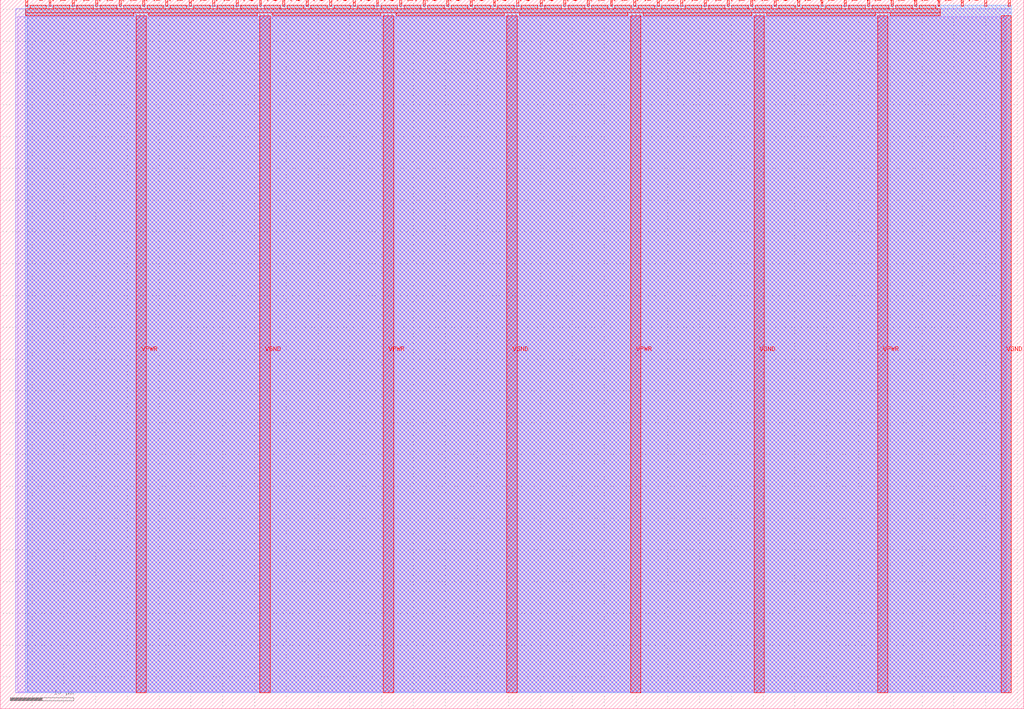
<source format=lef>
VERSION 5.7 ;
  NOWIREEXTENSIONATPIN ON ;
  DIVIDERCHAR "/" ;
  BUSBITCHARS "[]" ;
MACRO tt_um_frq_divider
  CLASS BLOCK ;
  FOREIGN tt_um_frq_divider ;
  ORIGIN 0.000 0.000 ;
  SIZE 161.000 BY 111.520 ;
  PIN VGND
    DIRECTION INOUT ;
    USE GROUND ;
    PORT
      LAYER met4 ;
        RECT 40.830 2.480 42.430 109.040 ;
    END
    PORT
      LAYER met4 ;
        RECT 79.700 2.480 81.300 109.040 ;
    END
    PORT
      LAYER met4 ;
        RECT 118.570 2.480 120.170 109.040 ;
    END
    PORT
      LAYER met4 ;
        RECT 157.440 2.480 159.040 109.040 ;
    END
  END VGND
  PIN VPWR
    DIRECTION INOUT ;
    USE POWER ;
    PORT
      LAYER met4 ;
        RECT 21.395 2.480 22.995 109.040 ;
    END
    PORT
      LAYER met4 ;
        RECT 60.265 2.480 61.865 109.040 ;
    END
    PORT
      LAYER met4 ;
        RECT 99.135 2.480 100.735 109.040 ;
    END
    PORT
      LAYER met4 ;
        RECT 138.005 2.480 139.605 109.040 ;
    END
  END VPWR
  PIN clk
    DIRECTION INPUT ;
    USE SIGNAL ;
    PORT
      LAYER met4 ;
        RECT 154.870 110.520 155.170 111.520 ;
    END
  END clk
  PIN ena
    DIRECTION INPUT ;
    USE SIGNAL ;
    PORT
      LAYER met4 ;
        RECT 158.550 110.520 158.850 111.520 ;
    END
  END ena
  PIN rst_n
    DIRECTION INPUT ;
    USE SIGNAL ;
    PORT
      LAYER met4 ;
        RECT 151.190 110.520 151.490 111.520 ;
    END
  END rst_n
  PIN ui_in[0]
    DIRECTION INPUT ;
    USE SIGNAL ;
    ANTENNAGATEAREA 0.196500 ;
    PORT
      LAYER met4 ;
        RECT 147.510 110.520 147.810 111.520 ;
    END
  END ui_in[0]
  PIN ui_in[1]
    DIRECTION INPUT ;
    USE SIGNAL ;
    ANTENNAGATEAREA 0.213000 ;
    PORT
      LAYER met4 ;
        RECT 143.830 110.520 144.130 111.520 ;
    END
  END ui_in[1]
  PIN ui_in[2]
    DIRECTION INPUT ;
    USE SIGNAL ;
    ANTENNAGATEAREA 0.213000 ;
    PORT
      LAYER met4 ;
        RECT 140.150 110.520 140.450 111.520 ;
    END
  END ui_in[2]
  PIN ui_in[3]
    DIRECTION INPUT ;
    USE SIGNAL ;
    ANTENNAGATEAREA 0.213000 ;
    PORT
      LAYER met4 ;
        RECT 136.470 110.520 136.770 111.520 ;
    END
  END ui_in[3]
  PIN ui_in[4]
    DIRECTION INPUT ;
    USE SIGNAL ;
    ANTENNAGATEAREA 0.196500 ;
    PORT
      LAYER met4 ;
        RECT 132.790 110.520 133.090 111.520 ;
    END
  END ui_in[4]
  PIN ui_in[5]
    DIRECTION INPUT ;
    USE SIGNAL ;
    ANTENNAGATEAREA 0.426000 ;
    PORT
      LAYER met4 ;
        RECT 129.110 110.520 129.410 111.520 ;
    END
  END ui_in[5]
  PIN ui_in[6]
    DIRECTION INPUT ;
    USE SIGNAL ;
    PORT
      LAYER met4 ;
        RECT 125.430 110.520 125.730 111.520 ;
    END
  END ui_in[6]
  PIN ui_in[7]
    DIRECTION INPUT ;
    USE SIGNAL ;
    PORT
      LAYER met4 ;
        RECT 121.750 110.520 122.050 111.520 ;
    END
  END ui_in[7]
  PIN uio_in[0]
    DIRECTION INPUT ;
    USE SIGNAL ;
    ANTENNAGATEAREA 0.196500 ;
    PORT
      LAYER met4 ;
        RECT 118.070 110.520 118.370 111.520 ;
    END
  END uio_in[0]
  PIN uio_in[1]
    DIRECTION INPUT ;
    USE SIGNAL ;
    PORT
      LAYER met4 ;
        RECT 114.390 110.520 114.690 111.520 ;
    END
  END uio_in[1]
  PIN uio_in[2]
    DIRECTION INPUT ;
    USE SIGNAL ;
    PORT
      LAYER met4 ;
        RECT 110.710 110.520 111.010 111.520 ;
    END
  END uio_in[2]
  PIN uio_in[3]
    DIRECTION INPUT ;
    USE SIGNAL ;
    PORT
      LAYER met4 ;
        RECT 107.030 110.520 107.330 111.520 ;
    END
  END uio_in[3]
  PIN uio_in[4]
    DIRECTION INPUT ;
    USE SIGNAL ;
    PORT
      LAYER met4 ;
        RECT 103.350 110.520 103.650 111.520 ;
    END
  END uio_in[4]
  PIN uio_in[5]
    DIRECTION INPUT ;
    USE SIGNAL ;
    PORT
      LAYER met4 ;
        RECT 99.670 110.520 99.970 111.520 ;
    END
  END uio_in[5]
  PIN uio_in[6]
    DIRECTION INPUT ;
    USE SIGNAL ;
    PORT
      LAYER met4 ;
        RECT 95.990 110.520 96.290 111.520 ;
    END
  END uio_in[6]
  PIN uio_in[7]
    DIRECTION INPUT ;
    USE SIGNAL ;
    PORT
      LAYER met4 ;
        RECT 92.310 110.520 92.610 111.520 ;
    END
  END uio_in[7]
  PIN uio_oe[0]
    DIRECTION OUTPUT TRISTATE ;
    USE SIGNAL ;
    PORT
      LAYER met4 ;
        RECT 29.750 110.520 30.050 111.520 ;
    END
  END uio_oe[0]
  PIN uio_oe[1]
    DIRECTION OUTPUT TRISTATE ;
    USE SIGNAL ;
    PORT
      LAYER met4 ;
        RECT 26.070 110.520 26.370 111.520 ;
    END
  END uio_oe[1]
  PIN uio_oe[2]
    DIRECTION OUTPUT TRISTATE ;
    USE SIGNAL ;
    PORT
      LAYER met4 ;
        RECT 22.390 110.520 22.690 111.520 ;
    END
  END uio_oe[2]
  PIN uio_oe[3]
    DIRECTION OUTPUT TRISTATE ;
    USE SIGNAL ;
    PORT
      LAYER met4 ;
        RECT 18.710 110.520 19.010 111.520 ;
    END
  END uio_oe[3]
  PIN uio_oe[4]
    DIRECTION OUTPUT TRISTATE ;
    USE SIGNAL ;
    PORT
      LAYER met4 ;
        RECT 15.030 110.520 15.330 111.520 ;
    END
  END uio_oe[4]
  PIN uio_oe[5]
    DIRECTION OUTPUT TRISTATE ;
    USE SIGNAL ;
    PORT
      LAYER met4 ;
        RECT 11.350 110.520 11.650 111.520 ;
    END
  END uio_oe[5]
  PIN uio_oe[6]
    DIRECTION OUTPUT TRISTATE ;
    USE SIGNAL ;
    PORT
      LAYER met4 ;
        RECT 7.670 110.520 7.970 111.520 ;
    END
  END uio_oe[6]
  PIN uio_oe[7]
    DIRECTION OUTPUT TRISTATE ;
    USE SIGNAL ;
    PORT
      LAYER met4 ;
        RECT 3.990 110.520 4.290 111.520 ;
    END
  END uio_oe[7]
  PIN uio_out[0]
    DIRECTION OUTPUT TRISTATE ;
    USE SIGNAL ;
    PORT
      LAYER met4 ;
        RECT 59.190 110.520 59.490 111.520 ;
    END
  END uio_out[0]
  PIN uio_out[1]
    DIRECTION OUTPUT TRISTATE ;
    USE SIGNAL ;
    ANTENNADIFFAREA 0.795200 ;
    PORT
      LAYER met4 ;
        RECT 55.510 110.520 55.810 111.520 ;
    END
  END uio_out[1]
  PIN uio_out[2]
    DIRECTION OUTPUT TRISTATE ;
    USE SIGNAL ;
    PORT
      LAYER met4 ;
        RECT 51.830 110.520 52.130 111.520 ;
    END
  END uio_out[2]
  PIN uio_out[3]
    DIRECTION OUTPUT TRISTATE ;
    USE SIGNAL ;
    PORT
      LAYER met4 ;
        RECT 48.150 110.520 48.450 111.520 ;
    END
  END uio_out[3]
  PIN uio_out[4]
    DIRECTION OUTPUT TRISTATE ;
    USE SIGNAL ;
    PORT
      LAYER met4 ;
        RECT 44.470 110.520 44.770 111.520 ;
    END
  END uio_out[4]
  PIN uio_out[5]
    DIRECTION OUTPUT TRISTATE ;
    USE SIGNAL ;
    PORT
      LAYER met4 ;
        RECT 40.790 110.520 41.090 111.520 ;
    END
  END uio_out[5]
  PIN uio_out[6]
    DIRECTION OUTPUT TRISTATE ;
    USE SIGNAL ;
    PORT
      LAYER met4 ;
        RECT 37.110 110.520 37.410 111.520 ;
    END
  END uio_out[6]
  PIN uio_out[7]
    DIRECTION OUTPUT TRISTATE ;
    USE SIGNAL ;
    PORT
      LAYER met4 ;
        RECT 33.430 110.520 33.730 111.520 ;
    END
  END uio_out[7]
  PIN uo_out[0]
    DIRECTION OUTPUT TRISTATE ;
    USE SIGNAL ;
    PORT
      LAYER met4 ;
        RECT 88.630 110.520 88.930 111.520 ;
    END
  END uo_out[0]
  PIN uo_out[1]
    DIRECTION OUTPUT TRISTATE ;
    USE SIGNAL ;
    PORT
      LAYER met4 ;
        RECT 84.950 110.520 85.250 111.520 ;
    END
  END uo_out[1]
  PIN uo_out[2]
    DIRECTION OUTPUT TRISTATE ;
    USE SIGNAL ;
    PORT
      LAYER met4 ;
        RECT 81.270 110.520 81.570 111.520 ;
    END
  END uo_out[2]
  PIN uo_out[3]
    DIRECTION OUTPUT TRISTATE ;
    USE SIGNAL ;
    PORT
      LAYER met4 ;
        RECT 77.590 110.520 77.890 111.520 ;
    END
  END uo_out[3]
  PIN uo_out[4]
    DIRECTION OUTPUT TRISTATE ;
    USE SIGNAL ;
    PORT
      LAYER met4 ;
        RECT 73.910 110.520 74.210 111.520 ;
    END
  END uo_out[4]
  PIN uo_out[5]
    DIRECTION OUTPUT TRISTATE ;
    USE SIGNAL ;
    PORT
      LAYER met4 ;
        RECT 70.230 110.520 70.530 111.520 ;
    END
  END uo_out[5]
  PIN uo_out[6]
    DIRECTION OUTPUT TRISTATE ;
    USE SIGNAL ;
    PORT
      LAYER met4 ;
        RECT 66.550 110.520 66.850 111.520 ;
    END
  END uo_out[6]
  PIN uo_out[7]
    DIRECTION OUTPUT TRISTATE ;
    USE SIGNAL ;
    PORT
      LAYER met4 ;
        RECT 62.870 110.520 63.170 111.520 ;
    END
  END uo_out[7]
  OBS
      LAYER li1 ;
        RECT 2.760 2.635 158.240 108.885 ;
      LAYER met1 ;
        RECT 2.460 2.480 159.040 110.120 ;
      LAYER met2 ;
        RECT 4.230 2.535 159.010 110.685 ;
      LAYER met3 ;
        RECT 3.950 2.555 159.030 110.665 ;
      LAYER met4 ;
        RECT 4.690 110.120 7.270 110.665 ;
        RECT 8.370 110.120 10.950 110.665 ;
        RECT 12.050 110.120 14.630 110.665 ;
        RECT 15.730 110.120 18.310 110.665 ;
        RECT 19.410 110.120 21.990 110.665 ;
        RECT 23.090 110.120 25.670 110.665 ;
        RECT 26.770 110.120 29.350 110.665 ;
        RECT 30.450 110.120 33.030 110.665 ;
        RECT 34.130 110.120 36.710 110.665 ;
        RECT 37.810 110.120 40.390 110.665 ;
        RECT 41.490 110.120 44.070 110.665 ;
        RECT 45.170 110.120 47.750 110.665 ;
        RECT 48.850 110.120 51.430 110.665 ;
        RECT 52.530 110.120 55.110 110.665 ;
        RECT 56.210 110.120 58.790 110.665 ;
        RECT 59.890 110.120 62.470 110.665 ;
        RECT 63.570 110.120 66.150 110.665 ;
        RECT 67.250 110.120 69.830 110.665 ;
        RECT 70.930 110.120 73.510 110.665 ;
        RECT 74.610 110.120 77.190 110.665 ;
        RECT 78.290 110.120 80.870 110.665 ;
        RECT 81.970 110.120 84.550 110.665 ;
        RECT 85.650 110.120 88.230 110.665 ;
        RECT 89.330 110.120 91.910 110.665 ;
        RECT 93.010 110.120 95.590 110.665 ;
        RECT 96.690 110.120 99.270 110.665 ;
        RECT 100.370 110.120 102.950 110.665 ;
        RECT 104.050 110.120 106.630 110.665 ;
        RECT 107.730 110.120 110.310 110.665 ;
        RECT 111.410 110.120 113.990 110.665 ;
        RECT 115.090 110.120 117.670 110.665 ;
        RECT 118.770 110.120 121.350 110.665 ;
        RECT 122.450 110.120 125.030 110.665 ;
        RECT 126.130 110.120 128.710 110.665 ;
        RECT 129.810 110.120 132.390 110.665 ;
        RECT 133.490 110.120 136.070 110.665 ;
        RECT 137.170 110.120 139.750 110.665 ;
        RECT 140.850 110.120 143.430 110.665 ;
        RECT 144.530 110.120 147.110 110.665 ;
        RECT 3.975 109.440 147.825 110.120 ;
        RECT 3.975 108.975 20.995 109.440 ;
        RECT 23.395 108.975 40.430 109.440 ;
        RECT 42.830 108.975 59.865 109.440 ;
        RECT 62.265 108.975 79.300 109.440 ;
        RECT 81.700 108.975 98.735 109.440 ;
        RECT 101.135 108.975 118.170 109.440 ;
        RECT 120.570 108.975 137.605 109.440 ;
        RECT 140.005 108.975 147.825 109.440 ;
  END
END tt_um_frq_divider
END LIBRARY


</source>
